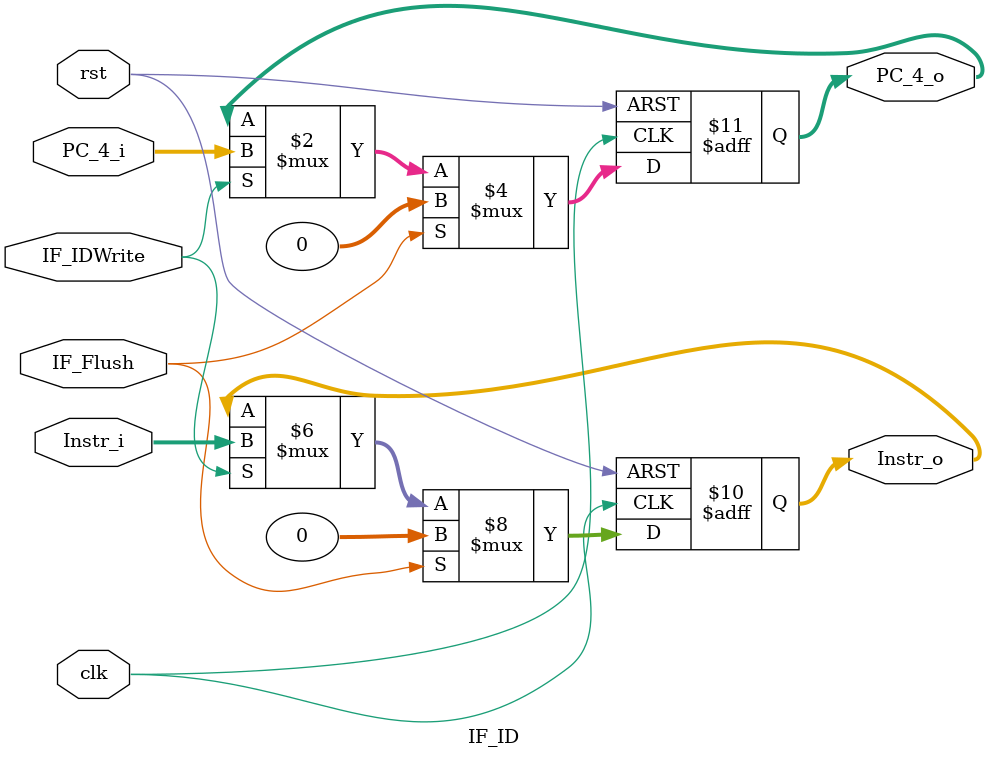
<source format=v>

module IF_ID(Instr_i, PC_4_i,
             Instr_o, PC_4_o, 
             clk, rst, IF_IDWrite, IF_Flush);
  
  input [31:0] Instr_i;
  input [31:0] PC_4_i;
  input clk;
  input rst;
  input IF_IDWrite;
  input IF_Flush; //IF_Flush = Brch | Jmp[0]
  output reg [31:0] Instr_o;
  output reg [31:0] PC_4_o;
  
  always @(posedge clk or posedge rst)
  begin
    if (rst)
      begin
        Instr_o <= 32'h0000_0000;
        PC_4_o <= 32'h0000_0000;
      end
    else
      begin
      if (IF_IDWrite)
        begin
          Instr_o <= Instr_i;
          PC_4_o <= PC_4_i; 
        end
      if (IF_Flush)
        begin
          Instr_o <= 32'h0000_0000;
          PC_4_o <= 32'h0000_0000;
        end
      end
  end
  
endmodule
</source>
